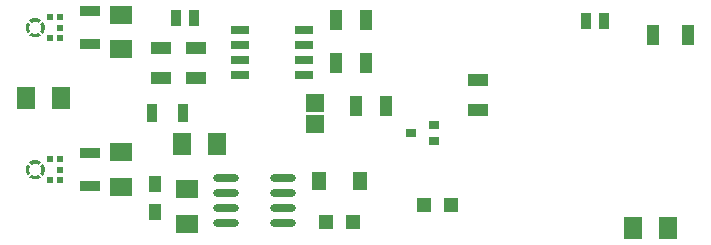
<source format=gbp>
G04*
G04 #@! TF.GenerationSoftware,Altium Limited,Altium Designer,22.3.1 (43)*
G04*
G04 Layer_Color=128*
%FSLAX25Y25*%
%MOIN*%
G70*
G04*
G04 #@! TF.SameCoordinates,CFB6BFBE-1D4E-4C59-BBC9-44663F7F7C7A*
G04*
G04*
G04 #@! TF.FilePolarity,Positive*
G04*
G01*
G75*
%ADD17R,0.04921X0.06102*%
%ADD34R,0.04528X0.04528*%
%ADD53R,0.07087X0.04134*%
%ADD54R,0.03347X0.06299*%
%ADD55R,0.05928X0.07316*%
%ADD56R,0.03740X0.05315*%
%ADD57R,0.06102X0.02756*%
%ADD58O,0.08661X0.02362*%
%ADD59R,0.03937X0.06890*%
%ADD60R,0.03543X0.02756*%
%ADD61R,0.04134X0.07087*%
%ADD62R,0.04449X0.05591*%
%ADD63R,0.07316X0.05928*%
%ADD65R,0.02055X0.02362*%
%ADD66R,0.06127X0.05924*%
%ADD67R,0.06693X0.03740*%
G36*
X13315Y38203D02*
X13737Y37874D01*
X12895Y37028D01*
Y37027D01*
X12636Y37176D01*
X12066Y37349D01*
X11471D01*
X10901Y37176D01*
X10642Y37028D01*
Y37028D01*
X9800Y37874D01*
X9800Y37874D01*
Y37874D01*
X9800Y37874D01*
X10222Y38203D01*
X11233Y38551D01*
X12303Y38551D01*
X13315Y38203D01*
D02*
G37*
G36*
X14288Y37323D02*
Y37323D01*
X14288D01*
X14288Y37323D01*
D02*
G37*
G36*
X10095Y34228D02*
Y34228D01*
D01*
Y34228D01*
D02*
G37*
G36*
X14617Y36901D02*
X14966Y35889D01*
Y34819D01*
X14617Y33808D01*
X14288Y33386D01*
X13442Y34228D01*
X13442Y34228D01*
X13590Y34487D01*
X13764Y35056D01*
Y35652D01*
X13590Y36222D01*
X13442Y36481D01*
X14288Y37323D01*
X14617Y36901D01*
D02*
G37*
G36*
X10095Y36481D02*
X10095Y36481D01*
X9947Y36222D01*
X9773Y35652D01*
Y35056D01*
X9947Y34487D01*
X10095Y34228D01*
X9249Y33386D01*
X8920Y33808D01*
X8571Y34819D01*
X8571Y35889D01*
X8920Y36901D01*
X9249Y37323D01*
X9249Y37323D01*
X10095Y36481D01*
D02*
G37*
G36*
X10901Y33533D02*
X11471Y33359D01*
X12066D01*
X12636Y33533D01*
X12895Y33681D01*
X13737Y32835D01*
X13737D01*
Y32835D01*
X13737Y32835D01*
X13315Y32505D01*
X12303Y32157D01*
X11233D01*
X10222Y32505D01*
X9800Y32835D01*
X10642Y33681D01*
X10901Y33533D01*
D02*
G37*
G36*
X13315Y85487D02*
X13737Y85158D01*
X12895Y84311D01*
Y84311D01*
X12636Y84459D01*
X12066Y84633D01*
X11471D01*
X10901Y84459D01*
X10642Y84311D01*
Y84311D01*
X9800Y85158D01*
X9800Y85157D01*
Y85158D01*
X9800Y85158D01*
X10222Y85487D01*
X11233Y85835D01*
X12303Y85835D01*
X13315Y85487D01*
D02*
G37*
G36*
X14288Y84606D02*
Y84606D01*
X14288D01*
X14288Y84606D01*
D02*
G37*
G36*
X10095Y81511D02*
Y81511D01*
D01*
Y81511D01*
D02*
G37*
G36*
X14617Y84185D02*
X14966Y83173D01*
Y82103D01*
X14617Y81091D01*
X14288Y80669D01*
X13442Y81511D01*
X13442Y81511D01*
X13590Y81770D01*
X13764Y82340D01*
Y82936D01*
X13590Y83505D01*
X13442Y83764D01*
X14288Y84606D01*
X14617Y84185D01*
D02*
G37*
G36*
X10095Y83765D02*
X10095Y83764D01*
X9947Y83505D01*
X9773Y82936D01*
Y82340D01*
X9947Y81770D01*
X10095Y81511D01*
X9249Y80669D01*
X8920Y81091D01*
X8571Y82103D01*
X8571Y83173D01*
X8920Y84185D01*
X9249Y84606D01*
X9249Y84606D01*
X10095Y83765D01*
D02*
G37*
G36*
X10901Y80817D02*
X11471Y80643D01*
X12066D01*
X12636Y80817D01*
X12895Y80965D01*
X13737Y80118D01*
X13737D01*
Y80118D01*
X13737Y80118D01*
X13315Y79789D01*
X12303Y79441D01*
X11233D01*
X10222Y79789D01*
X9800Y80118D01*
X10642Y80965D01*
X10901Y80817D01*
D02*
G37*
D17*
X106358Y31535D02*
D03*
X119941D02*
D03*
D34*
X141279Y23425D02*
D03*
X150531D02*
D03*
X108642Y17874D02*
D03*
X117894D02*
D03*
D53*
X53858Y75925D02*
D03*
Y65886D02*
D03*
X65315Y65925D02*
D03*
Y75965D02*
D03*
X159488Y55374D02*
D03*
Y65413D02*
D03*
D54*
X61161Y54252D02*
D03*
X50728D02*
D03*
D55*
X211196Y15866D02*
D03*
X222820D02*
D03*
X20300Y59095D02*
D03*
X8676D02*
D03*
X60881Y43858D02*
D03*
X72505D02*
D03*
D56*
X58681Y85787D02*
D03*
X64784D02*
D03*
X195413Y84803D02*
D03*
X201516D02*
D03*
D57*
X80059Y66870D02*
D03*
Y71870D02*
D03*
Y76870D02*
D03*
Y81870D02*
D03*
X101516D02*
D03*
Y76870D02*
D03*
Y71870D02*
D03*
Y66870D02*
D03*
D58*
X94291Y32500D02*
D03*
Y27500D02*
D03*
Y22500D02*
D03*
Y17500D02*
D03*
X75394Y32500D02*
D03*
Y27500D02*
D03*
Y22500D02*
D03*
Y17500D02*
D03*
D59*
X217717Y80315D02*
D03*
X229528D02*
D03*
D60*
X137126Y47598D02*
D03*
X144606Y45039D02*
D03*
Y50157D02*
D03*
D61*
X112146Y85354D02*
D03*
X122185D02*
D03*
X112146Y70906D02*
D03*
X122185D02*
D03*
X128642Y56575D02*
D03*
X118602D02*
D03*
D62*
X51850Y21220D02*
D03*
Y30669D02*
D03*
D63*
X62402Y29001D02*
D03*
Y17377D02*
D03*
X40472Y75448D02*
D03*
Y87072D02*
D03*
Y29621D02*
D03*
Y41245D02*
D03*
D65*
X19934Y79094D02*
D03*
Y82638D02*
D03*
Y86181D02*
D03*
X16698Y79094D02*
D03*
Y86181D02*
D03*
X19934Y31811D02*
D03*
Y35354D02*
D03*
Y38898D02*
D03*
X16698Y31811D02*
D03*
Y38898D02*
D03*
D66*
X105157Y50627D02*
D03*
Y57720D02*
D03*
D67*
X30118Y40984D02*
D03*
Y29961D02*
D03*
Y88307D02*
D03*
Y77284D02*
D03*
M02*

</source>
